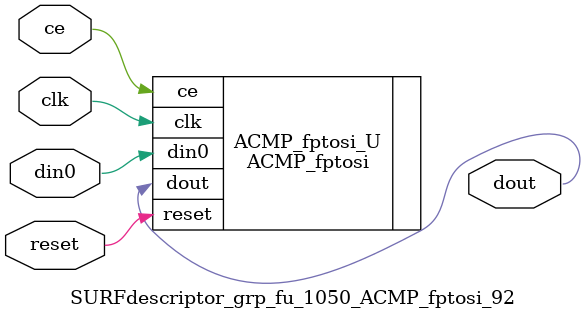
<source format=v>

`timescale 1 ns / 1 ps
module SURFdescriptor_grp_fu_1050_ACMP_fptosi_92(
    clk,
    reset,
    ce,
    din0,
    dout);

parameter ID = 32'd1;
parameter NUM_STAGE = 32'd1;
parameter din0_WIDTH = 32'd1;
parameter dout_WIDTH = 32'd1;
input clk;
input reset;
input ce;
input[din0_WIDTH - 1:0] din0;
output[dout_WIDTH - 1:0] dout;



ACMP_fptosi #(
.ID( ID ),
.NUM_STAGE( 3 ),
.din0_WIDTH( din0_WIDTH ),
.dout_WIDTH( dout_WIDTH ))
ACMP_fptosi_U(
    .clk( clk ),
    .reset( reset ),
    .ce( ce ),
    .din0( din0 ),
    .dout( dout ));

endmodule

</source>
